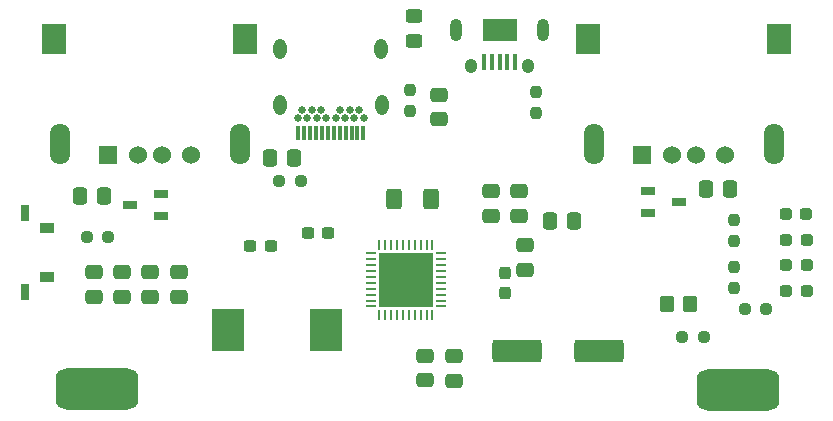
<source format=gbr>
%TF.GenerationSoftware,KiCad,Pcbnew,(6.0.6)*%
%TF.CreationDate,2022-07-25T23:57:12+01:00*%
%TF.ProjectId,Virpar,56697270-6172-42e6-9b69-6361645f7063,rev?*%
%TF.SameCoordinates,Original*%
%TF.FileFunction,Soldermask,Top*%
%TF.FilePolarity,Negative*%
%FSLAX46Y46*%
G04 Gerber Fmt 4.6, Leading zero omitted, Abs format (unit mm)*
G04 Created by KiCad (PCBNEW (6.0.6)) date 2022-07-25 23:57:12*
%MOMM*%
%LPD*%
G01*
G04 APERTURE LIST*
G04 Aperture macros list*
%AMRoundRect*
0 Rectangle with rounded corners*
0 $1 Rounding radius*
0 $2 $3 $4 $5 $6 $7 $8 $9 X,Y pos of 4 corners*
0 Add a 4 corners polygon primitive as box body*
4,1,4,$2,$3,$4,$5,$6,$7,$8,$9,$2,$3,0*
0 Add four circle primitives for the rounded corners*
1,1,$1+$1,$2,$3*
1,1,$1+$1,$4,$5*
1,1,$1+$1,$6,$7*
1,1,$1+$1,$8,$9*
0 Add four rect primitives between the rounded corners*
20,1,$1+$1,$2,$3,$4,$5,0*
20,1,$1+$1,$4,$5,$6,$7,0*
20,1,$1+$1,$6,$7,$8,$9,0*
20,1,$1+$1,$8,$9,$2,$3,0*%
G04 Aperture macros list end*
%ADD10RoundRect,0.062500X0.062500X-0.350000X0.062500X0.350000X-0.062500X0.350000X-0.062500X-0.350000X0*%
%ADD11RoundRect,0.062500X0.350000X-0.062500X0.350000X0.062500X-0.350000X0.062500X-0.350000X-0.062500X0*%
%ADD12R,4.600000X4.600000*%
%ADD13RoundRect,0.875000X-2.625000X-0.875000X2.625000X-0.875000X2.625000X0.875000X-2.625000X0.875000X0*%
%ADD14R,1.270000X0.900000*%
%ADD15R,0.800000X1.450000*%
%ADD16R,2.700000X3.600000*%
%ADD17R,1.524000X1.524000*%
%ADD18C,1.524000*%
%ADD19O,1.700000X3.500000*%
%ADD20R,2.000000X2.600000*%
%ADD21C,0.660400*%
%ADD22R,0.304800X1.193800*%
%ADD23O,1.117600X1.701800*%
%ADD24R,0.400000X1.350000*%
%ADD25O,1.050000X1.250000*%
%ADD26O,1.000000X1.900000*%
%ADD27R,2.900000X1.900000*%
%ADD28RoundRect,0.250000X-0.400000X-0.625000X0.400000X-0.625000X0.400000X0.625000X-0.400000X0.625000X0*%
%ADD29RoundRect,0.250000X-1.825000X-0.700000X1.825000X-0.700000X1.825000X0.700000X-1.825000X0.700000X0*%
%ADD30RoundRect,0.237500X-0.300000X-0.237500X0.300000X-0.237500X0.300000X0.237500X-0.300000X0.237500X0*%
%ADD31RoundRect,0.250000X-0.475000X0.337500X-0.475000X-0.337500X0.475000X-0.337500X0.475000X0.337500X0*%
%ADD32RoundRect,0.250000X0.337500X0.475000X-0.337500X0.475000X-0.337500X-0.475000X0.337500X-0.475000X0*%
%ADD33RoundRect,0.250000X0.475000X-0.337500X0.475000X0.337500X-0.475000X0.337500X-0.475000X-0.337500X0*%
%ADD34RoundRect,0.250000X-0.337500X-0.475000X0.337500X-0.475000X0.337500X0.475000X-0.337500X0.475000X0*%
%ADD35RoundRect,0.237500X-0.250000X-0.237500X0.250000X-0.237500X0.250000X0.237500X-0.250000X0.237500X0*%
%ADD36RoundRect,0.237500X0.287500X0.237500X-0.287500X0.237500X-0.287500X-0.237500X0.287500X-0.237500X0*%
%ADD37RoundRect,0.237500X-0.237500X0.300000X-0.237500X-0.300000X0.237500X-0.300000X0.237500X0.300000X0*%
%ADD38R,1.220000X0.650000*%
%ADD39RoundRect,0.237500X0.237500X-0.250000X0.237500X0.250000X-0.237500X0.250000X-0.237500X-0.250000X0*%
%ADD40RoundRect,0.237500X-0.287500X-0.237500X0.287500X-0.237500X0.287500X0.237500X-0.287500X0.237500X0*%
%ADD41RoundRect,0.250000X-0.450000X0.325000X-0.450000X-0.325000X0.450000X-0.325000X0.450000X0.325000X0*%
%ADD42RoundRect,0.237500X0.250000X0.237500X-0.250000X0.237500X-0.250000X-0.237500X0.250000X-0.237500X0*%
%ADD43RoundRect,0.237500X-0.237500X0.250000X-0.237500X-0.250000X0.237500X-0.250000X0.237500X0.250000X0*%
%ADD44RoundRect,0.250000X-0.350000X-0.450000X0.350000X-0.450000X0.350000X0.450000X-0.350000X0.450000X0*%
G04 APERTURE END LIST*
D10*
%TO.C,U1*%
X153553600Y-95520500D03*
X154053600Y-95520500D03*
X154553600Y-95520500D03*
X155053600Y-95520500D03*
X155553600Y-95520500D03*
X156053600Y-95520500D03*
X156553600Y-95520500D03*
X157053600Y-95520500D03*
X157553600Y-95520500D03*
X158053600Y-95520500D03*
D11*
X158741100Y-94833000D03*
X158741100Y-94333000D03*
X158741100Y-93833000D03*
X158741100Y-93333000D03*
X158741100Y-92833000D03*
X158741100Y-92333000D03*
X158741100Y-91833000D03*
X158741100Y-91333000D03*
X158741100Y-90833000D03*
X158741100Y-90333000D03*
D10*
X158053600Y-89645500D03*
X157553600Y-89645500D03*
X157053600Y-89645500D03*
X156553600Y-89645500D03*
X156053600Y-89645500D03*
X155553600Y-89645500D03*
X155053600Y-89645500D03*
X154553600Y-89645500D03*
X154053600Y-89645500D03*
X153553600Y-89645500D03*
D11*
X152866100Y-90333000D03*
X152866100Y-90833000D03*
X152866100Y-91333000D03*
X152866100Y-91833000D03*
X152866100Y-92333000D03*
X152866100Y-92833000D03*
X152866100Y-93333000D03*
X152866100Y-93833000D03*
X152866100Y-94333000D03*
X152866100Y-94833000D03*
D12*
X155803600Y-92583000D03*
%TD*%
D13*
%TO.C,BAT+*%
X129667000Y-101828600D03*
%TD*%
%TO.C,BAT-*%
X183921400Y-101930200D03*
%TD*%
D14*
%TO.C,SW1*%
X125401300Y-88170870D03*
X125401300Y-92370870D03*
D15*
X123516300Y-86895870D03*
X123516300Y-93645870D03*
%TD*%
D16*
%TO.C,L1*%
X149057000Y-96799400D03*
X140757000Y-96799400D03*
%TD*%
D17*
%TO.C,J4*%
X175818800Y-81994400D03*
D18*
X178324000Y-82000000D03*
X180324000Y-82000000D03*
X182824000Y-82000000D03*
D19*
X171729400Y-81080000D03*
D20*
X187401200Y-72190000D03*
D19*
X186944000Y-81080000D03*
D20*
X171246800Y-72190000D03*
%TD*%
D17*
%TO.C,J3*%
X130606800Y-81991200D03*
D18*
X133112000Y-81996800D03*
X135112000Y-81996800D03*
X137612000Y-81996800D03*
D19*
X126517400Y-81076800D03*
D20*
X142189200Y-72186800D03*
D19*
X141732000Y-81076800D03*
D20*
X126034800Y-72186800D03*
%TD*%
D21*
%TO.C,J2*%
X147445792Y-78916399D03*
X151446422Y-78916399D03*
D22*
X152196800Y-80169400D03*
X151696674Y-80169400D03*
X151196548Y-80169400D03*
X150696422Y-80169400D03*
X150196296Y-80169400D03*
X149696170Y-80169400D03*
X149196044Y-80169400D03*
X148695918Y-80169400D03*
X148195792Y-80169400D03*
X147695666Y-80169400D03*
X147195540Y-80169400D03*
X146695414Y-80169400D03*
D21*
X146645666Y-78916399D03*
X147045792Y-78216398D03*
X147845918Y-78216398D03*
X148245918Y-78916399D03*
X148646044Y-78216398D03*
X149046044Y-78916399D03*
X149846170Y-78916399D03*
X150246170Y-78216398D03*
X150646296Y-78916399D03*
X151046296Y-78216398D03*
X151846422Y-78216398D03*
X152246548Y-78916399D03*
D23*
X145176108Y-77766399D03*
X153716108Y-73036399D03*
X153771600Y-77749400D03*
X145176108Y-73036399D03*
%TD*%
D24*
%TO.C,J1*%
X162428400Y-74125200D03*
X163078400Y-74125200D03*
X163728400Y-74125200D03*
X164378400Y-74125200D03*
X165028400Y-74125200D03*
D25*
X161340800Y-74450200D03*
D26*
X167386000Y-71450200D03*
D25*
X166166800Y-74450200D03*
D26*
X160020000Y-71450200D03*
D27*
X163728400Y-71450200D03*
%TD*%
D28*
%TO.C,R1*%
X154812400Y-85725000D03*
X157912400Y-85725000D03*
%TD*%
D29*
%TO.C,CP12*%
X165206400Y-98615500D03*
X172156400Y-98615500D03*
%TD*%
D30*
%TO.C,C2*%
X142637500Y-89750000D03*
X144362500Y-89750000D03*
%TD*%
D31*
%TO.C,CP13*%
X158575000Y-76912500D03*
X158575000Y-78987500D03*
%TD*%
D32*
%TO.C,CP10*%
X146362500Y-82300000D03*
X144287500Y-82300000D03*
%TD*%
D33*
%TO.C,CP3*%
X131749800Y-94030800D03*
X131749800Y-91955800D03*
%TD*%
D34*
%TO.C,CP16*%
X167962500Y-87575000D03*
X170037500Y-87575000D03*
%TD*%
%TO.C,CP9*%
X181207500Y-84861400D03*
X183282500Y-84861400D03*
%TD*%
D30*
%TO.C,C1*%
X147487500Y-88625000D03*
X149212500Y-88625000D03*
%TD*%
D33*
%TO.C,CP17*%
X165350000Y-87162500D03*
X165350000Y-85087500D03*
%TD*%
D31*
%TO.C,CP6*%
X159867600Y-99038500D03*
X159867600Y-101113500D03*
%TD*%
D33*
%TO.C,CP14*%
X129362200Y-94026900D03*
X129362200Y-91951900D03*
%TD*%
D35*
%TO.C,R12*%
X179198900Y-97383600D03*
X181023900Y-97383600D03*
%TD*%
D33*
%TO.C,CP2*%
X134137400Y-94030800D03*
X134137400Y-91955800D03*
%TD*%
D36*
%TO.C,D1*%
X189749400Y-93548200D03*
X187999400Y-93548200D03*
%TD*%
%TO.C,D3*%
X189724000Y-89204800D03*
X187974000Y-89204800D03*
%TD*%
D33*
%TO.C,CP20*%
X162975000Y-87162500D03*
X162975000Y-85087500D03*
%TD*%
D37*
%TO.C,C6*%
X164185600Y-91987200D03*
X164185600Y-93712200D03*
%TD*%
D35*
%TO.C,R6*%
X128787500Y-88925000D03*
X130612500Y-88925000D03*
%TD*%
D38*
%TO.C,Q3*%
X135091800Y-87208400D03*
X135091800Y-85308400D03*
X132471800Y-86258400D03*
%TD*%
D31*
%TO.C,CP5*%
X165925000Y-89662500D03*
X165925000Y-91737500D03*
%TD*%
D38*
%TO.C,Q1*%
X176265000Y-85025000D03*
X176265000Y-86925000D03*
X178885000Y-85975000D03*
%TD*%
D39*
%TO.C,R5*%
X156184600Y-78306300D03*
X156184600Y-76481300D03*
%TD*%
D40*
%TO.C,D2*%
X188024800Y-91338400D03*
X189774800Y-91338400D03*
%TD*%
D41*
%TO.C,D8*%
X156464000Y-70272800D03*
X156464000Y-72322800D03*
%TD*%
D33*
%TO.C,CP1*%
X136601200Y-94001500D03*
X136601200Y-91926500D03*
%TD*%
D35*
%TO.C,R8*%
X145062500Y-84225000D03*
X146887500Y-84225000D03*
%TD*%
D42*
%TO.C,R14*%
X186307100Y-95072200D03*
X184482100Y-95072200D03*
%TD*%
D39*
%TO.C,R2*%
X183591200Y-93294200D03*
X183591200Y-91469200D03*
%TD*%
D31*
%TO.C,CP4*%
X157454600Y-98987700D03*
X157454600Y-101062700D03*
%TD*%
D32*
%TO.C,CP7*%
X130276600Y-85471000D03*
X128201600Y-85471000D03*
%TD*%
D43*
%TO.C,R7*%
X183591200Y-87504900D03*
X183591200Y-89329900D03*
%TD*%
D40*
%TO.C,D4*%
X187948600Y-86995000D03*
X189698600Y-86995000D03*
%TD*%
D44*
%TO.C,RNTC1*%
X177866800Y-94615000D03*
X179866800Y-94615000D03*
%TD*%
D39*
%TO.C,R9*%
X166850000Y-78462500D03*
X166850000Y-76637500D03*
%TD*%
M02*

</source>
